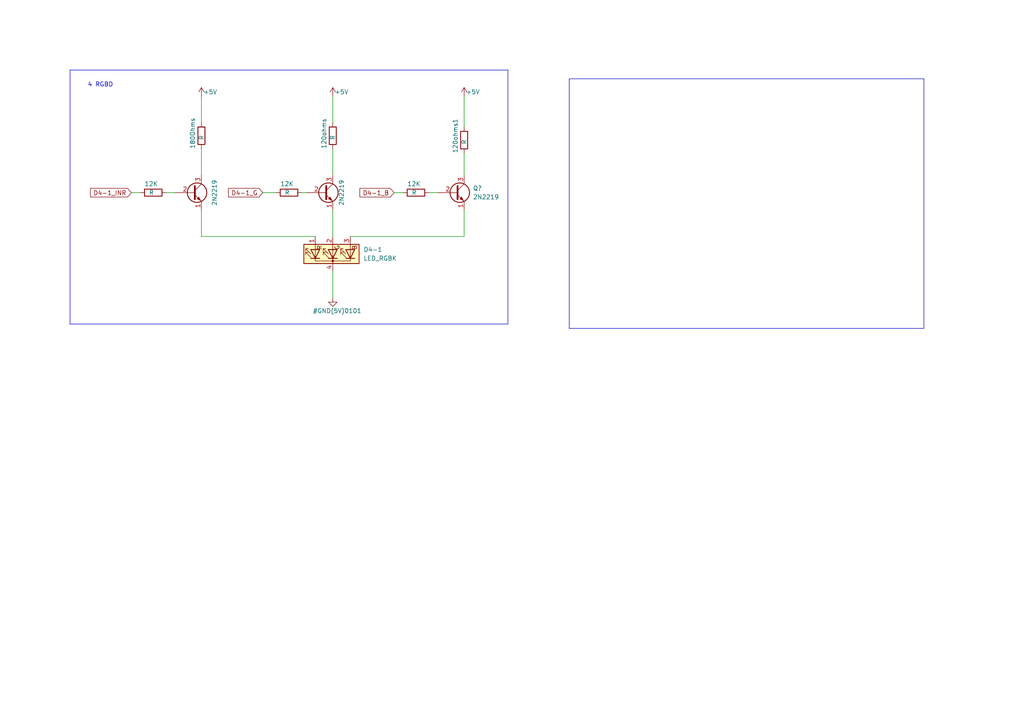
<source format=kicad_sch>
(kicad_sch (version 20230121) (generator eeschema)
  (paper "A4")
  (lib_symbols
    (symbol "Device:LED_RGBK" (pin_names (offset 0) hide)
      (property "Reference" "D" (at 0 9.398 0))
      (property "Value" "LED_RGBK" (at 0 -8.89 0))
      (symbol "LED_RGBK_0_0"
        (text "B" (at 1.905 -6.35 0) (effects (font (size 1.27 1.27))))
        (text "G" (at 1.905 -1.27 0) (effects (font (size 1.27 1.27))))
        (text "R" (at 1.905 3.81 0) (effects (font (size 1.27 1.27))))
      )
      (symbol "LED_RGBK_0_1"
        (circle (center -2.032 0) (radius 0.254) (fill (type outline)))
        (polyline (pts (xy -1.27 -5.08) (xy 1.27 -5.08)))
        (polyline (pts (xy -1.27 -3.81) (xy -1.27 -6.35)) (stroke (width 0.254)))
        (polyline (pts (xy -1.27 0) (xy -2.54 0)))
        (polyline (pts (xy -1.27 1.27) (xy -1.27 -1.27)) (stroke (width 0.254)))
        (polyline (pts (xy -1.27 5.08) (xy 1.27 5.08)))
        (polyline (pts (xy -1.27 6.35) (xy -1.27 3.81)) (stroke (width 0.254)))
        (polyline (pts (xy 1.27 -5.08) (xy 2.54 -5.08)))
        (polyline (pts (xy 1.27 0) (xy -1.27 0)))
        (polyline (pts (xy 1.27 0) (xy 2.54 0)))
        (polyline (pts (xy 1.27 5.08) (xy 2.54 5.08)))
        (polyline (pts (xy -1.27 1.27) (xy -1.27 -1.27) (xy -1.27 -1.27)))
        (polyline (pts (xy -1.27 6.35) (xy -1.27 3.81) (xy -1.27 3.81)))
        (polyline (pts (xy -1.27 5.08) (xy -2.032 5.08) (xy -2.032 -5.08) (xy -1.016 -5.08)))
        (polyline (pts (xy 1.27 -3.81) (xy 1.27 -6.35) (xy -1.27 -5.08) (xy 1.27 -3.81)) (stroke (width 0.254)))
        (polyline (pts (xy 1.27 1.27) (xy 1.27 -1.27) (xy -1.27 0) (xy 1.27 1.27)) (stroke (width 0.254)))
        (polyline (pts (xy 1.27 6.35) (xy 1.27 3.81) (xy -1.27 5.08) (xy 1.27 6.35)) (stroke (width 0.254)))
        (polyline (pts (xy -1.016 -3.81) (xy 0.508 -2.286) (xy -0.254 -2.286) (xy 0.508 -2.286) (xy 0.508 -3.048)))
        (polyline (pts (xy -1.016 1.27) (xy 0.508 2.794) (xy -0.254 2.794) (xy 0.508 2.794) (xy 0.508 2.032)))
        (polyline (pts (xy -1.016 6.35) (xy 0.508 7.874) (xy -0.254 7.874) (xy 0.508 7.874) (xy 0.508 7.112)))
        (polyline (pts (xy 0 -3.81) (xy 1.524 -2.286) (xy 0.762 -2.286) (xy 1.524 -2.286) (xy 1.524 -3.048)))
        (polyline (pts (xy 0 1.27) (xy 1.524 2.794) (xy 0.762 2.794) (xy 1.524 2.794) (xy 1.524 2.032)))
        (polyline (pts (xy 0 6.35) (xy 1.524 7.874) (xy 0.762 7.874) (xy 1.524 7.874) (xy 1.524 7.112)))
        (rectangle (start 1.27 -1.27) (end 1.27 1.27))
        (rectangle (start 1.27 1.27) (end 1.27 1.27))
        (rectangle (start 1.27 3.81) (end 1.27 6.35))
        (rectangle (start 1.27 6.35) (end 1.27 6.35))
        (rectangle (start 2.794 8.382) (end -2.794 -7.62) (stroke (width 0.254)) (fill (type background)))
      )
      (symbol "LED_RGBK_1_1"
        (pin passive line (at 5.08 5.08 180) (length 2.54) (name "RA") (number "1"))
        (pin passive line (at 5.08 0 180) (length 2.54) (name "GA") (number "2"))
        (pin passive line (at 5.08 -5.08 180) (length 2.54) (name "BA") (number "3"))
        (pin passive line (at -5.08 0 0) (length 2.54) (name "K") (number "4"))
      )
    )
    (symbol "Device:R" (pin_numbers hide) (pin_names (offset 0))
      (property "Reference" "R" (at 2.032 0 90))
      (property "Value" "R" (at 0 0 90))
      (symbol "R_0_1"
        (rectangle (start -1.016 -2.54) (end 1.016 2.54) (stroke (width 0.254)))
      )
      (symbol "R_1_1"
        (pin passive line (at 0 3.81 270) (length 1.27) (name "~") (number "1"))
        (pin passive line (at 0 -3.81 90) (length 1.27) (name "~") (number "2"))
      )
    )
    (symbol "Transistor_BJT:2N2219" (pin_names (offset 0) hide)
      (property "Reference" "Q" (at 5.08 1.905 0))
      (property "Value" "2N2219" (at 5.08 0 0))
      (symbol "2N2219_0_1"
        (polyline (pts (xy 0.635 0.635) (xy 2.54 2.54)))
        (polyline (pts (xy 0.635 -0.635) (xy 2.54 -2.54) (xy 2.54 -2.54)))
        (polyline (pts (xy 0.635 1.905) (xy 0.635 -1.905) (xy 0.635 -1.905)) (stroke (width 0.508)))
        (polyline (pts (xy 1.27 -1.778) (xy 1.778 -1.27) (xy 2.286 -2.286) (xy 1.27 -1.778) (xy 1.27 -1.778)) (fill (type outline)))
        (circle (center 1.27 0) (radius 2.8194) (stroke (width 0.254)))
      )
      (symbol "2N2219_1_1"
        (pin passive line (at 2.54 -5.08 90) (length 2.54) (name "E") (number "1"))
        (pin passive line (at -5.08 0 0) (length 5.715) (name "B") (number "2"))
        (pin passive line (at 2.54 5.08 270) (length 2.54) (name "C") (number "3"))
      )
    )
    (symbol "power:+5V" (power) (pin_names (offset 0))
      (property "Value" "+5V" (at 0 3.556 0))
      (symbol "+5V_0_1"
        (polyline (pts (xy -0.762 1.27) (xy 0 2.54)))
        (polyline (pts (xy 0 0) (xy 0 2.54)))
        (polyline (pts (xy 0 2.54) (xy 0.762 1.27)))
      )
      (symbol "+5V_1_1"
        (pin power_in line (at 0 0 90) (length 0) hide (name "+5V") (number "1"))
      )
    )
    (symbol "power:GND" (power) (pin_names (offset 0))
      (property "Value" "GND" (at 0 -3.81 0))
      (symbol "GND_0_1"
        (polyline (pts (xy 0 0) (xy 0 -1.27) (xy 1.27 -1.27) (xy 0 -2.54) (xy -1.27 -1.27) (xy 0 -1.27)))
      )
      (symbol "GND_1_1"
        (pin power_in line (at 0 0 270) (length 0) hide (name "GND") (number "1"))
      )
    )
  )
  (polyline (pts (xy 165.1 22.86) (xy 165.1 95.25)))
  (polyline (pts (xy 165.1 22.86) (xy 267.97 22.86)))
  (wire (pts (xy 38.1 55.88) (xy 40.64 55.88)))
  (wire (pts (xy 76.2 55.88) (xy 80.01 55.88)))
  (wire (pts (xy 124.46 55.88) (xy 127 55.88)))
  (polyline (pts (xy 267.97 95.25) (xy 267.97 22.86)))
  (wire (pts (xy 134.62 68.58) (xy 134.62 60.96)))
  (wire (pts (xy 87.63 55.88) (xy 88.9 55.88)))
  (polyline (pts (xy 20.32 20.32) (xy 147.32 20.32)))
  (polyline (pts (xy 147.32 93.98) (xy 20.32 93.98)))
  (polyline (pts (xy 165.1 95.25) (xy 267.97 95.25)))
  (wire (pts (xy 48.26 55.88) (xy 50.8 55.88)))
  (polyline (pts (xy 147.32 20.32) (xy 147.32 93.98)))
  (wire (pts (xy 58.42 27.94) (xy 58.42 35.56)))
  (wire (pts (xy 134.62 27.94) (xy 134.62 36.83)))
  (wire (pts (xy 91.44 68.58) (xy 58.42 68.58)))
  (wire (pts (xy 96.52 43.18) (xy 96.52 50.8)))
  (polyline (pts (xy 20.32 20.32) (xy 20.32 93.98)))
  (wire (pts (xy 134.62 44.45) (xy 134.62 50.8)))
  (wire (pts (xy 114.3 55.88) (xy 116.84 55.88)))
  (wire (pts (xy 96.52 60.96) (xy 96.52 68.58)))
  (wire (pts (xy 96.52 27.94) (xy 96.52 35.56)))
  (wire (pts (xy 58.42 68.58) (xy 58.42 60.96)))
  (wire (pts (xy 101.6 68.58) (xy 134.62 68.58)))
  (wire (pts (xy 96.52 78.74) (xy 96.52 86.36)))
  (wire (pts (xy 58.42 43.18) (xy 58.42 50.8)))
  (text "4 RGBD" (at 25.4 25.4 0) (effects (font (size 1.27 1.27)) (justify left bottom)))
  (global_label "D4-1_B" (shape input) (at 114.3 55.88 180) (property "Intersheetrefs" "${INTERSHEET_REFS}" (effects hide)))
  (global_label "D4-1_INR" (shape input) (at 38.1 55.88 180) (property "Intersheetrefs" "${INTERSHEET_REFS}" (effects hide)))
  (global_label "D4-1_G" (shape input) (at 76.2 55.88 180) (property "Intersheetrefs" "${INTERSHEET_REFS}" (effects hide)))
  (symbol (lib_id "power:GND") (at 96.52 86.36 0) (unit 1)
    (property "Reference" "GND(5V)" (at 97.79 90.17 0))
    (property "Value" "GND" (effects hide))
  )
  (symbol (lib_id "power:+5V") (at 96.52 27.94 0) (unit 1)
    (property "Reference" "#PWR?" (effects hide))
    (property "Value" "+5V" (at 99.06 26.67 0))
  )
  (symbol (lib_id "power:+5V") (at 58.42 27.94 0) (unit 1)
    (property "Reference" "#PWR?" (effects hide))
    (property "Value" "+5V" (at 60.96 26.67 0))
  )
  (symbol (lib_id "Transistor_BJT:2N2219") (at 55.88 55.88 0) (unit 1)
    (property "Reference" "Q?" (effects hide))
    (property "Value" "2N2219" (at 62.23 59.69 90) (effects (justify left)))
    (property "Footprint" "Package_TO_SOT_THT:TO-39-3" (effects hide))
    (property "Datasheet" "http://www.onsemi.com/pub_link/Collateral/2N2219-D.PDF" (effects hide))
  )
  (symbol (lib_id "Device:R") (at 44.45 55.88 270) (unit 1)
    (property "Reference" "12K" (at 41.91 53.34 90) (effects (justify left)))
    (property "Value" "R" (at 43.18 55.88 90) (effects (justify left)))
  )
  (symbol (lib_id "power:+5V") (at 134.62 27.94 0) (unit 1)
    (property "Reference" "#PWR?" (effects hide))
    (property "Value" "+5V" (at 137.16 26.67 0))
  )
  (symbol (lib_id "Transistor_BJT:2N2219") (at 93.98 55.88 0) (unit 1)
    (property "Reference" "Q?" (effects hide))
    (property "Value" "2N2219" (at 99.06 59.69 90) (effects (justify left)))
    (property "Footprint" "Package_TO_SOT_THT:TO-39-3" (effects hide))
    (property "Datasheet" "http://www.onsemi.com/pub_link/Collateral/2N2219-D.PDF" (effects hide))
  )
  (symbol (lib_id "Device:R") (at 83.82 55.88 270) (unit 1)
    (property "Reference" "12K" (at 81.28 53.34 90) (effects (justify left)))
    (property "Value" "R" (at 82.55 55.88 90) (effects (justify left)))
  )
  (symbol (lib_id "Device:R") (at 58.42 39.37 0) (unit 1)
    (property "Reference" "180Ohms" (at 55.88 43.18 90) (effects (justify left)))
    (property "Value" "R" (at 58.42 40.64 90) (effects (justify left)))
  )
  (symbol (lib_id "Transistor_BJT:2N2219") (at 132.08 55.88 0) (unit 1)
    (property "Reference" "Q?" (at 137.16 54.6099 0) (effects (justify left)))
    (property "Value" "2N2219" (at 137.16 57.1499 0) (effects (justify left)))
    (property "Footprint" "Package_TO_SOT_THT:TO-39-3" (effects hide))
    (property "Datasheet" "http://www.onsemi.com/pub_link/Collateral/2N2219-D.PDF" (effects hide))
  )
  (symbol (lib_id "Device:R") (at 96.52 39.37 0) (unit 1)
    (property "Reference" "120ohms" (at 93.98 43.18 90) (effects (justify left)))
    (property "Value" "R" (at 96.52 40.64 90) (effects (justify left)))
  )
  (symbol (lib_id "Device:LED_RGBK") (at 96.52 73.66 90) (unit 1)
    (property "Reference" "D4-1" (at 105.41 72.39 90) (effects (justify right)))
    (property "Value" "LED_RGBK" (at 105.41 74.93 90) (effects (justify right)))
  )
  (symbol (lib_id "Device:R") (at 120.65 55.88 270) (unit 1)
    (property "Reference" "12K" (at 118.11 53.34 90) (effects (justify left)))
    (property "Value" "R" (at 119.38 55.88 90) (effects (justify left)))
  )
  (symbol (lib_id "Device:R") (at 134.62 40.64 0) (unit 1)
    (property "Reference" "120ohms1" (at 132.08 44.45 90) (effects (justify left)))
    (property "Value" "R" (at 134.62 41.91 90) (effects (justify left)))
  )
)
</source>
